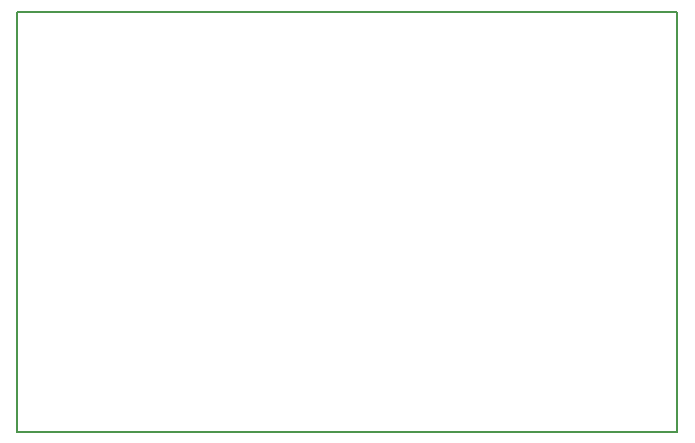
<source format=gbr>
G04 #@! TF.FileFunction,Profile,NP*
%FSLAX46Y46*%
G04 Gerber Fmt 4.6, Leading zero omitted, Abs format (unit mm)*
G04 Created by KiCad (PCBNEW 4.0.5+dfsg1-4) date Tue Jul 17 10:21:43 2018*
%MOMM*%
%LPD*%
G01*
G04 APERTURE LIST*
%ADD10C,0.100000*%
%ADD11C,0.150000*%
G04 APERTURE END LIST*
D10*
D11*
X53340000Y-114300000D02*
X53340000Y-78740000D01*
X109220000Y-114300000D02*
X53340000Y-114300000D01*
X109220000Y-78740000D02*
X109220000Y-114300000D01*
X53340000Y-78740000D02*
X109220000Y-78740000D01*
M02*

</source>
